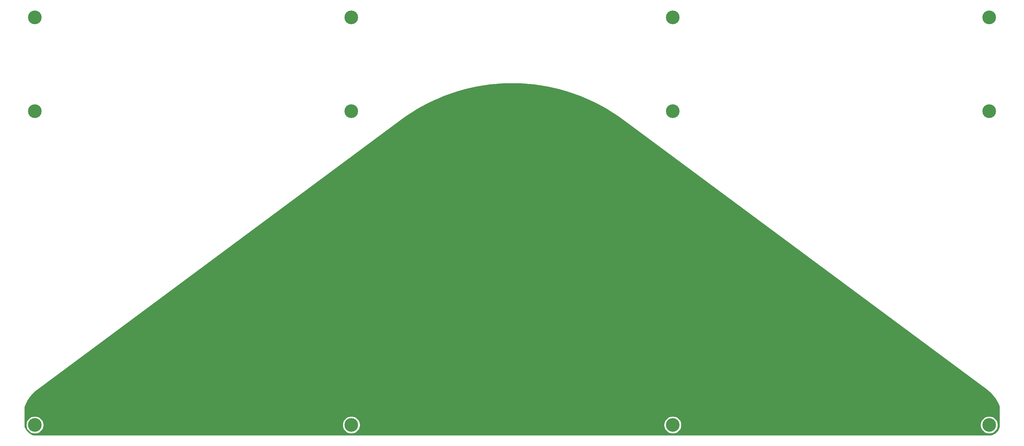
<source format=gbr>
%TF.GenerationSoftware,KiCad,Pcbnew,(5.1.7)-1*%
%TF.CreationDate,2021-03-23T21:38:01+01:00*%
%TF.ProjectId,kbic65-bottom,6b626963-3635-42d6-926f-74746f6d2e6b,rev?*%
%TF.SameCoordinates,Original*%
%TF.FileFunction,Copper,L1,Top*%
%TF.FilePolarity,Positive*%
%FSLAX46Y46*%
G04 Gerber Fmt 4.6, Leading zero omitted, Abs format (unit mm)*
G04 Created by KiCad (PCBNEW (5.1.7)-1) date 2021-03-23 21:38:01*
%MOMM*%
%LPD*%
G01*
G04 APERTURE LIST*
%TA.AperFunction,ComponentPad*%
%ADD10C,4.400000*%
%TD*%
%TA.AperFunction,NonConductor*%
%ADD11C,0.254000*%
%TD*%
%TA.AperFunction,NonConductor*%
%ADD12C,0.100000*%
%TD*%
G04 APERTURE END LIST*
D10*
%TO.P,REF\u002A\u002A,1*%
%TO.N,N/C*%
X223043750Y146843750D03*
%TD*%
%TO.P,REF\u002A\u002A,1*%
%TO.N,N/C*%
X223043750Y116681250D03*
%TD*%
%TO.P,REF\u002A\u002A,1*%
%TO.N,N/C*%
X119856250Y116681250D03*
%TD*%
%TO.P,REF\u002A\u002A,1*%
%TO.N,N/C*%
X119856250Y146843750D03*
%TD*%
%TO.P,REF\u002A\u002A,1*%
%TO.N,N/C*%
X18256250Y146843750D03*
%TD*%
%TO.P,REF\u002A\u002A,1*%
%TO.N,N/C*%
X18256250Y116681250D03*
%TD*%
%TO.P,REF\u002A\u002A,1*%
%TO.N,N/C*%
X18256250Y15875000D03*
%TD*%
%TO.P,REF\u002A\u002A,1*%
%TO.N,N/C*%
X119856250Y15875000D03*
%TD*%
%TO.P,REF\u002A\u002A,1*%
%TO.N,N/C*%
X223043750Y15875000D03*
%TD*%
%TO.P,REF\u002A\u002A,1*%
%TO.N,N/C*%
X324643750Y15875000D03*
%TD*%
%TO.P,REF\u002A\u002A,1*%
%TO.N,N/C*%
X324643750Y116681250D03*
%TD*%
%TO.P,REF\u002A\u002A,1*%
%TO.N,N/C*%
X324643750Y146843750D03*
%TD*%
D11*
X173790466Y125592820D02*
X175348951Y125511496D01*
X176904865Y125389575D01*
X178457007Y125227149D01*
X180004440Y125024317D01*
X181546030Y124781226D01*
X183080779Y124498035D01*
X184607632Y124174938D01*
X186125504Y123812163D01*
X187633453Y123409939D01*
X189130388Y122968553D01*
X190615274Y122488314D01*
X192087185Y121969520D01*
X193545090Y121412531D01*
X194987917Y120817761D01*
X196414824Y120185556D01*
X197824703Y119516405D01*
X199216693Y118810720D01*
X200589819Y118068993D01*
X201943149Y117291728D01*
X203275766Y116479451D01*
X204586740Y115632730D01*
X205875208Y114752120D01*
X207140938Y113837758D01*
X323753878Y27261483D01*
X324293887Y26836343D01*
X324807677Y26382482D01*
X325294928Y25900316D01*
X325754151Y25391320D01*
X326183836Y24857163D01*
X326582597Y24299573D01*
X326949183Y23720301D01*
X327282414Y23121204D01*
X327581203Y22504240D01*
X327844612Y21871349D01*
X327877500Y21777718D01*
X327877500Y15884285D01*
X327873040Y15707939D01*
X327860532Y15543448D01*
X327841125Y15390712D01*
X327774797Y15066309D01*
X327680578Y14763233D01*
X327558135Y14473651D01*
X327408995Y14199053D01*
X327329732Y14081713D01*
X327198824Y13922489D01*
X326866218Y13580968D01*
X326506098Y13268570D01*
X326197774Y13043534D01*
X326045087Y12960607D01*
X325755512Y12838166D01*
X325452439Y12743947D01*
X325128037Y12677620D01*
X324975297Y12658212D01*
X324810806Y12645704D01*
X324634465Y12641245D01*
X18265534Y12641245D01*
X18089194Y12645704D01*
X17924702Y12658212D01*
X17771965Y12677620D01*
X17456832Y12742051D01*
X17054100Y12982027D01*
X16662211Y13261830D01*
X16294775Y13573033D01*
X15954283Y13913525D01*
X15643080Y14280961D01*
X15363277Y14672850D01*
X15123308Y15075571D01*
X15058874Y15390712D01*
X15039467Y15543448D01*
X15026959Y15707939D01*
X15022500Y15884280D01*
X15022500Y16154223D01*
X15421250Y16154223D01*
X15421250Y15595777D01*
X15530198Y15048061D01*
X15743906Y14532124D01*
X16054162Y14067793D01*
X16449043Y13672912D01*
X16913374Y13362656D01*
X17429311Y13148948D01*
X17977027Y13040000D01*
X18535473Y13040000D01*
X19083189Y13148948D01*
X19599126Y13362656D01*
X20063457Y13672912D01*
X20458338Y14067793D01*
X20768594Y14532124D01*
X20982302Y15048061D01*
X21091250Y15595777D01*
X21091250Y16154223D01*
X117021250Y16154223D01*
X117021250Y15595777D01*
X117130198Y15048061D01*
X117343906Y14532124D01*
X117654162Y14067793D01*
X118049043Y13672912D01*
X118513374Y13362656D01*
X119029311Y13148948D01*
X119577027Y13040000D01*
X120135473Y13040000D01*
X120683189Y13148948D01*
X121199126Y13362656D01*
X121663457Y13672912D01*
X122058338Y14067793D01*
X122368594Y14532124D01*
X122582302Y15048061D01*
X122691250Y15595777D01*
X122691250Y16154223D01*
X220208750Y16154223D01*
X220208750Y15595777D01*
X220317698Y15048061D01*
X220531406Y14532124D01*
X220841662Y14067793D01*
X221236543Y13672912D01*
X221700874Y13362656D01*
X222216811Y13148948D01*
X222764527Y13040000D01*
X223322973Y13040000D01*
X223870689Y13148948D01*
X224386626Y13362656D01*
X224850957Y13672912D01*
X225245838Y14067793D01*
X225556094Y14532124D01*
X225769802Y15048061D01*
X225878750Y15595777D01*
X225878750Y16154223D01*
X321808750Y16154223D01*
X321808750Y15595777D01*
X321917698Y15048061D01*
X322131406Y14532124D01*
X322441662Y14067793D01*
X322836543Y13672912D01*
X323300874Y13362656D01*
X323816811Y13148948D01*
X324364527Y13040000D01*
X324922973Y13040000D01*
X325470689Y13148948D01*
X325986626Y13362656D01*
X326450957Y13672912D01*
X326845838Y14067793D01*
X327156094Y14532124D01*
X327369802Y15048061D01*
X327478750Y15595777D01*
X327478750Y16154223D01*
X327369802Y16701939D01*
X327156094Y17217876D01*
X326845838Y17682207D01*
X326450957Y18077088D01*
X325986626Y18387344D01*
X325470689Y18601052D01*
X324922973Y18710000D01*
X324364527Y18710000D01*
X323816811Y18601052D01*
X323300874Y18387344D01*
X322836543Y18077088D01*
X322441662Y17682207D01*
X322131406Y17217876D01*
X321917698Y16701939D01*
X321808750Y16154223D01*
X225878750Y16154223D01*
X225769802Y16701939D01*
X225556094Y17217876D01*
X225245838Y17682207D01*
X224850957Y18077088D01*
X224386626Y18387344D01*
X223870689Y18601052D01*
X223322973Y18710000D01*
X222764527Y18710000D01*
X222216811Y18601052D01*
X221700874Y18387344D01*
X221236543Y18077088D01*
X220841662Y17682207D01*
X220531406Y17217876D01*
X220317698Y16701939D01*
X220208750Y16154223D01*
X122691250Y16154223D01*
X122582302Y16701939D01*
X122368594Y17217876D01*
X122058338Y17682207D01*
X121663457Y18077088D01*
X121199126Y18387344D01*
X120683189Y18601052D01*
X120135473Y18710000D01*
X119577027Y18710000D01*
X119029311Y18601052D01*
X118513374Y18387344D01*
X118049043Y18077088D01*
X117654162Y17682207D01*
X117343906Y17217876D01*
X117130198Y16701939D01*
X117021250Y16154223D01*
X21091250Y16154223D01*
X20982302Y16701939D01*
X20768594Y17217876D01*
X20458338Y17682207D01*
X20063457Y18077088D01*
X19599126Y18387344D01*
X19083189Y18601052D01*
X18535473Y18710000D01*
X17977027Y18710000D01*
X17429311Y18601052D01*
X16913374Y18387344D01*
X16449043Y18077088D01*
X16054162Y17682207D01*
X15743906Y17217876D01*
X15530198Y16701939D01*
X15421250Y16154223D01*
X15022500Y16154223D01*
X15022500Y21567376D01*
X15122565Y21868897D01*
X15374683Y22502527D01*
X15663280Y23120427D01*
X15987353Y23720449D01*
X16345834Y24300619D01*
X16737465Y24858898D01*
X17160947Y25393434D01*
X17614841Y25902414D01*
X18097593Y26384093D01*
X18607583Y26836855D01*
X19144501Y27260280D01*
X135759062Y113837758D01*
X137024792Y114752120D01*
X138313260Y115632730D01*
X139624234Y116479451D01*
X140956851Y117291728D01*
X142310181Y118068993D01*
X143683307Y118810720D01*
X145075297Y119516405D01*
X146485176Y120185556D01*
X147912083Y120817761D01*
X149354910Y121412531D01*
X150812815Y121969520D01*
X152284726Y122488314D01*
X153769612Y122968553D01*
X155266547Y123409939D01*
X156774496Y123812163D01*
X158292368Y124174938D01*
X159819221Y124498035D01*
X161353970Y124781226D01*
X162895560Y125024317D01*
X164442993Y125227149D01*
X165995135Y125389575D01*
X167551049Y125511496D01*
X169109534Y125592820D01*
X170669681Y125633497D01*
X172230319Y125633497D01*
X173790466Y125592820D01*
%TA.AperFunction,NonConductor*%
D12*
G36*
X173790466Y125592820D02*
G01*
X175348951Y125511496D01*
X176904865Y125389575D01*
X178457007Y125227149D01*
X180004440Y125024317D01*
X181546030Y124781226D01*
X183080779Y124498035D01*
X184607632Y124174938D01*
X186125504Y123812163D01*
X187633453Y123409939D01*
X189130388Y122968553D01*
X190615274Y122488314D01*
X192087185Y121969520D01*
X193545090Y121412531D01*
X194987917Y120817761D01*
X196414824Y120185556D01*
X197824703Y119516405D01*
X199216693Y118810720D01*
X200589819Y118068993D01*
X201943149Y117291728D01*
X203275766Y116479451D01*
X204586740Y115632730D01*
X205875208Y114752120D01*
X207140938Y113837758D01*
X323753878Y27261483D01*
X324293887Y26836343D01*
X324807677Y26382482D01*
X325294928Y25900316D01*
X325754151Y25391320D01*
X326183836Y24857163D01*
X326582597Y24299573D01*
X326949183Y23720301D01*
X327282414Y23121204D01*
X327581203Y22504240D01*
X327844612Y21871349D01*
X327877500Y21777718D01*
X327877500Y15884285D01*
X327873040Y15707939D01*
X327860532Y15543448D01*
X327841125Y15390712D01*
X327774797Y15066309D01*
X327680578Y14763233D01*
X327558135Y14473651D01*
X327408995Y14199053D01*
X327329732Y14081713D01*
X327198824Y13922489D01*
X326866218Y13580968D01*
X326506098Y13268570D01*
X326197774Y13043534D01*
X326045087Y12960607D01*
X325755512Y12838166D01*
X325452439Y12743947D01*
X325128037Y12677620D01*
X324975297Y12658212D01*
X324810806Y12645704D01*
X324634465Y12641245D01*
X18265534Y12641245D01*
X18089194Y12645704D01*
X17924702Y12658212D01*
X17771965Y12677620D01*
X17456832Y12742051D01*
X17054100Y12982027D01*
X16662211Y13261830D01*
X16294775Y13573033D01*
X15954283Y13913525D01*
X15643080Y14280961D01*
X15363277Y14672850D01*
X15123308Y15075571D01*
X15058874Y15390712D01*
X15039467Y15543448D01*
X15026959Y15707939D01*
X15022500Y15884280D01*
X15022500Y16154223D01*
X15421250Y16154223D01*
X15421250Y15595777D01*
X15530198Y15048061D01*
X15743906Y14532124D01*
X16054162Y14067793D01*
X16449043Y13672912D01*
X16913374Y13362656D01*
X17429311Y13148948D01*
X17977027Y13040000D01*
X18535473Y13040000D01*
X19083189Y13148948D01*
X19599126Y13362656D01*
X20063457Y13672912D01*
X20458338Y14067793D01*
X20768594Y14532124D01*
X20982302Y15048061D01*
X21091250Y15595777D01*
X21091250Y16154223D01*
X117021250Y16154223D01*
X117021250Y15595777D01*
X117130198Y15048061D01*
X117343906Y14532124D01*
X117654162Y14067793D01*
X118049043Y13672912D01*
X118513374Y13362656D01*
X119029311Y13148948D01*
X119577027Y13040000D01*
X120135473Y13040000D01*
X120683189Y13148948D01*
X121199126Y13362656D01*
X121663457Y13672912D01*
X122058338Y14067793D01*
X122368594Y14532124D01*
X122582302Y15048061D01*
X122691250Y15595777D01*
X122691250Y16154223D01*
X220208750Y16154223D01*
X220208750Y15595777D01*
X220317698Y15048061D01*
X220531406Y14532124D01*
X220841662Y14067793D01*
X221236543Y13672912D01*
X221700874Y13362656D01*
X222216811Y13148948D01*
X222764527Y13040000D01*
X223322973Y13040000D01*
X223870689Y13148948D01*
X224386626Y13362656D01*
X224850957Y13672912D01*
X225245838Y14067793D01*
X225556094Y14532124D01*
X225769802Y15048061D01*
X225878750Y15595777D01*
X225878750Y16154223D01*
X321808750Y16154223D01*
X321808750Y15595777D01*
X321917698Y15048061D01*
X322131406Y14532124D01*
X322441662Y14067793D01*
X322836543Y13672912D01*
X323300874Y13362656D01*
X323816811Y13148948D01*
X324364527Y13040000D01*
X324922973Y13040000D01*
X325470689Y13148948D01*
X325986626Y13362656D01*
X326450957Y13672912D01*
X326845838Y14067793D01*
X327156094Y14532124D01*
X327369802Y15048061D01*
X327478750Y15595777D01*
X327478750Y16154223D01*
X327369802Y16701939D01*
X327156094Y17217876D01*
X326845838Y17682207D01*
X326450957Y18077088D01*
X325986626Y18387344D01*
X325470689Y18601052D01*
X324922973Y18710000D01*
X324364527Y18710000D01*
X323816811Y18601052D01*
X323300874Y18387344D01*
X322836543Y18077088D01*
X322441662Y17682207D01*
X322131406Y17217876D01*
X321917698Y16701939D01*
X321808750Y16154223D01*
X225878750Y16154223D01*
X225769802Y16701939D01*
X225556094Y17217876D01*
X225245838Y17682207D01*
X224850957Y18077088D01*
X224386626Y18387344D01*
X223870689Y18601052D01*
X223322973Y18710000D01*
X222764527Y18710000D01*
X222216811Y18601052D01*
X221700874Y18387344D01*
X221236543Y18077088D01*
X220841662Y17682207D01*
X220531406Y17217876D01*
X220317698Y16701939D01*
X220208750Y16154223D01*
X122691250Y16154223D01*
X122582302Y16701939D01*
X122368594Y17217876D01*
X122058338Y17682207D01*
X121663457Y18077088D01*
X121199126Y18387344D01*
X120683189Y18601052D01*
X120135473Y18710000D01*
X119577027Y18710000D01*
X119029311Y18601052D01*
X118513374Y18387344D01*
X118049043Y18077088D01*
X117654162Y17682207D01*
X117343906Y17217876D01*
X117130198Y16701939D01*
X117021250Y16154223D01*
X21091250Y16154223D01*
X20982302Y16701939D01*
X20768594Y17217876D01*
X20458338Y17682207D01*
X20063457Y18077088D01*
X19599126Y18387344D01*
X19083189Y18601052D01*
X18535473Y18710000D01*
X17977027Y18710000D01*
X17429311Y18601052D01*
X16913374Y18387344D01*
X16449043Y18077088D01*
X16054162Y17682207D01*
X15743906Y17217876D01*
X15530198Y16701939D01*
X15421250Y16154223D01*
X15022500Y16154223D01*
X15022500Y21567376D01*
X15122565Y21868897D01*
X15374683Y22502527D01*
X15663280Y23120427D01*
X15987353Y23720449D01*
X16345834Y24300619D01*
X16737465Y24858898D01*
X17160947Y25393434D01*
X17614841Y25902414D01*
X18097593Y26384093D01*
X18607583Y26836855D01*
X19144501Y27260280D01*
X135759062Y113837758D01*
X137024792Y114752120D01*
X138313260Y115632730D01*
X139624234Y116479451D01*
X140956851Y117291728D01*
X142310181Y118068993D01*
X143683307Y118810720D01*
X145075297Y119516405D01*
X146485176Y120185556D01*
X147912083Y120817761D01*
X149354910Y121412531D01*
X150812815Y121969520D01*
X152284726Y122488314D01*
X153769612Y122968553D01*
X155266547Y123409939D01*
X156774496Y123812163D01*
X158292368Y124174938D01*
X159819221Y124498035D01*
X161353970Y124781226D01*
X162895560Y125024317D01*
X164442993Y125227149D01*
X165995135Y125389575D01*
X167551049Y125511496D01*
X169109534Y125592820D01*
X170669681Y125633497D01*
X172230319Y125633497D01*
X173790466Y125592820D01*
G37*
%TD.AperFunction*%
M02*

</source>
